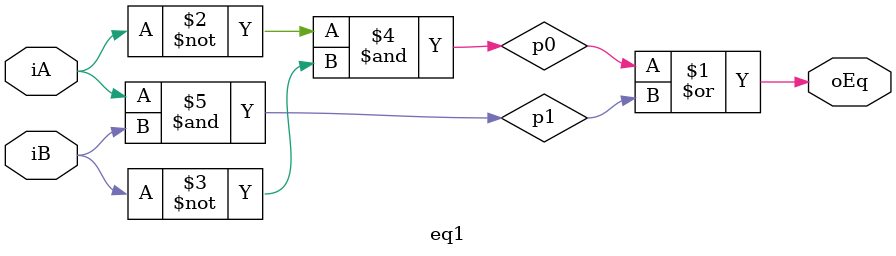
<source format=v>
module eq1
	(
		input wire iA, iB,
		output wire oEq
	);

	wire p0, p1;

	assign oEq = p0 | p1;
	assign p0 = ~iA & ~iB;
	assign p1 = iA & iB;
endmodule

</source>
